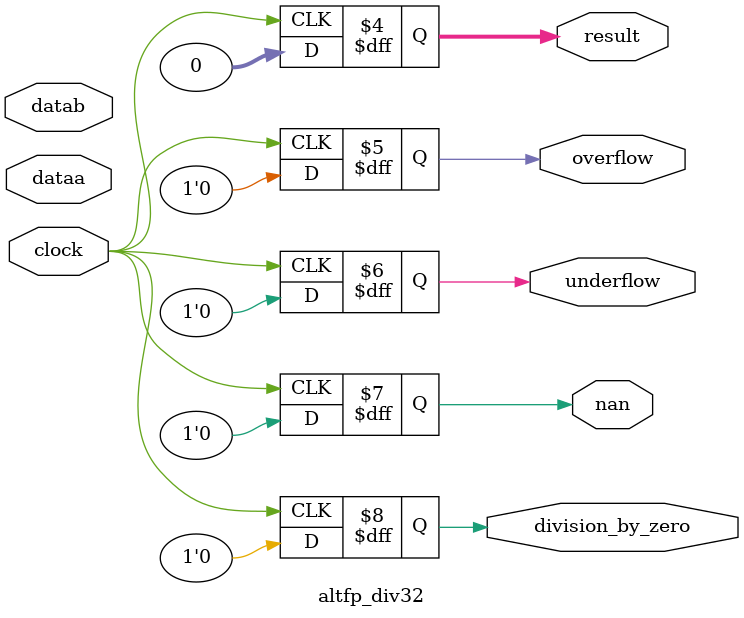
<source format=v>

module calculator_float_ops (
    // Clock and Reset
    input  wire        clk,
    input  wire        reset_n,

    // Operation Control
    input  wire [1:0]  operation,          // 00=ADD, 01=SUB, 10=MUL, 11=DIV
    input  wire [31:0] operand_a,          // IEEE 754 single precision
    input  wire [31:0] operand_b,          // IEEE 754 single precision
    input  wire        start,              // Start operation (pulse)

    // Result
    output reg  [31:0] result,             // IEEE 754 single precision result
    output reg         result_valid,       // Result is valid
    output reg         error               // Error flag (overflow, underflow, NaN)
);

// ============================================================================
// Operation Codes
// ============================================================================
localparam OP_ADD = 2'b00;
localparam OP_SUB = 2'b01;
localparam OP_MUL = 2'b10;
localparam OP_DIV = 2'b11;

// ============================================================================
// Internal Signals for ALTFP Outputs
// ============================================================================
wire [31:0] add_result, sub_result, mul_result, div_result;
wire        add_overflow, sub_overflow, mul_overflow, div_overflow;
wire        add_underflow, sub_underflow, mul_underflow, div_underflow;
wire        add_nan, sub_nan, mul_nan, div_nan;
wire        add_valid, sub_valid, mul_valid, div_valid;
wire        div_zero;  // Division by zero flag from ALTFP divider

// Pipeline delay tracking
reg [2:0]   operation_pipe [0:6];          // Pipeline for operation tracking
reg         start_pipe [0:6];              // Pipeline for valid signal

// ============================================================================
// Intel ALTFP Add/Subtract Megafunction
// ============================================================================
// Configured for single precision, pipeline depth = 7
altfp_add_sub32 altfp_adder (
    .clock      (clk),
    .dataa      (operand_a),
    .datab      (operand_b),
    .add_sub    (1'b1),                    // 1=add, 0=subtract
    .result     (add_result),
    .overflow   (add_overflow),
    .underflow  (add_underflow),
    .nan        (add_nan)
);

altfp_add_sub32 altfp_subtractor (
    .clock      (clk),
    .dataa      (operand_a),
    .datab      (operand_b),
    .add_sub    (1'b0),                    // 1=add, 0=subtract
    .result     (sub_result),
    .overflow   (sub_overflow),
    .underflow  (sub_underflow),
    .nan        (sub_nan)
);

// ============================================================================
// Intel ALTFP Multiply Megafunction
// ============================================================================
// Configured for single precision, pipeline depth = 5
altfp_mult32 altfp_multiplier (
    .clock      (clk),
    .dataa      (operand_a),
    .datab      (operand_b),
    .result     (mul_result),
    .overflow   (mul_overflow),
    .underflow  (mul_underflow),
    .nan        (mul_nan)
);

// ============================================================================
// Intel ALTFP Divide Megafunction
// ============================================================================
// Configured for single precision, pipeline depth = 6
altfp_div32 altfp_divider (
    .clock      (clk),
    .dataa      (operand_a),
    .datab      (operand_b),
    .result     (div_result),
    .overflow   (div_overflow),
    .underflow  (div_underflow),
    .nan        (div_nan),
    .division_by_zero (div_zero)
);

// ============================================================================
// Pipeline for Operation Tracking
// ============================================================================
// Track which operation is in the pipeline
integer i;
always @(posedge clk or negedge reset_n) begin
    if (!reset_n) begin
        for (i = 0; i < 7; i = i + 1) begin
            operation_pipe[i] <= 2'b00;
            start_pipe[i] <= 1'b0;
        end
    end else begin
        // Shift pipeline
        operation_pipe[0] <= operation;
        start_pipe[0] <= start;

        for (i = 1; i < 7; i = i + 1) begin
            operation_pipe[i] <= operation_pipe[i-1];
            start_pipe[i] <= start_pipe[i-1];
        end
    end
end

// ============================================================================
// Result Multiplexer
// ============================================================================
// Select result based on operation at end of pipeline
always @(posedge clk or negedge reset_n) begin
    if (!reset_n) begin
        result <= 32'h0;
        result_valid <= 1'b0;
        error <= 1'b0;
    end else begin
        // Check if valid data is at end of pipeline
        if (start_pipe[6]) begin
            result_valid <= 1'b1;

            case (operation_pipe[6])
                OP_ADD: begin
                    result <= add_result;
                    error  <= add_overflow | add_underflow | add_nan;
                end

                OP_SUB: begin
                    result <= sub_result;
                    error  <= sub_overflow | sub_underflow | sub_nan;
                end

                OP_MUL: begin
                    result <= mul_result;
                    error  <= mul_overflow | mul_underflow | mul_nan;
                end

                OP_DIV: begin
                    result <= div_result;
                    error  <= div_overflow | div_underflow | div_nan | div_zero;
                end

                default: begin
                    result <= 32'h0;
                    error  <= 1'b1;
                end
            endcase
        end else begin
            result_valid <= 1'b0;
            error <= 1'b0;
        end
    end
end

endmodule

// ============================================================================
// Placeholder Modules for Intel ALTFP Megafunctions
// ============================================================================
// These will be replaced by Intel IP Catalog generated modules
// For simulation/synthesis without Intel tools, these provide a basic structure
// ============================================================================

module altfp_add_sub32 (
    input  wire        clock,
    input  wire [31:0] dataa,
    input  wire [31:0] datab,
    input  wire        add_sub,            // 1=add, 0=sub
    output reg  [31:0] result,
    output reg         overflow,
    output reg         underflow,
    output reg         nan
);
    // Simplified behavioral model - replace with Intel IP Catalog generated module
    // This is a placeholder for compilation - use lpm_add_sub or ALTFP IP in production
    always @(posedge clock) begin
        // Basic placeholder logic - NOT IEEE 754 compliant
        // Replace with Intel ALTFP IP generation
        result <= 32'h0;
        overflow <= 1'b0;
        underflow <= 1'b0;
        nan <= 1'b0;
    end
endmodule

module altfp_mult32 (
    input  wire        clock,
    input  wire [31:0] dataa,
    input  wire [31:0] datab,
    output reg  [31:0] result,
    output reg         overflow,
    output reg         underflow,
    output reg         nan
);
    always @(posedge clock) begin
        result <= 32'h0;
        overflow <= 1'b0;
        underflow <= 1'b0;
        nan <= 1'b0;
    end
endmodule

module altfp_div32 (
    input  wire        clock,
    input  wire [31:0] dataa,
    input  wire [31:0] datab,
    output reg  [31:0] result,
    output reg         overflow,
    output reg         underflow,
    output reg         nan,
    output reg         division_by_zero
);
    always @(posedge clock) begin
        result <= 32'h0;
        overflow <= 1'b0;
        underflow <= 1'b0;
        nan <= 1'b0;
        division_by_zero <= 1'b0;
    end
endmodule

</source>
